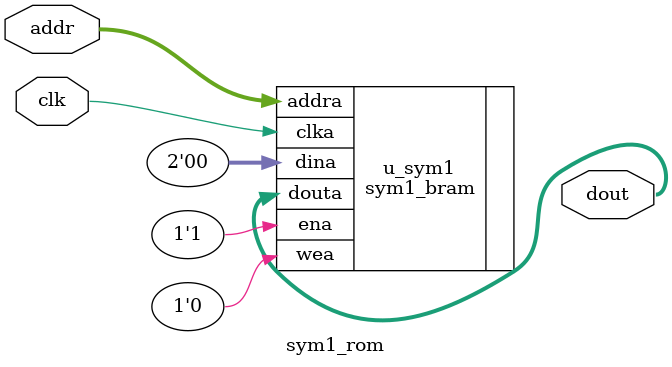
<source format=sv>
`timescale 1ns / 1ps



module sym1_rom(
    input  logic clk,
    input  logic [6:0] addr,
    output logic [1:0] dout
    );
    
    sym1_bram u_sym1 (
        .clka  (clk),
        .ena   (1'b1),
        .addra (addr),
        .douta (dout),
        .dina(2'b0),
        .wea(1'b0)
    );
endmodule

</source>
